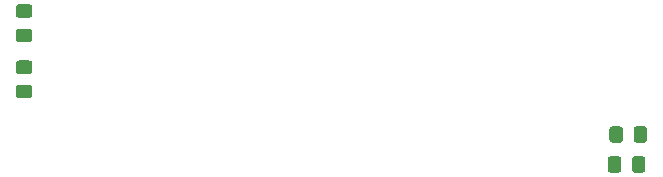
<source format=gtp>
%TF.GenerationSoftware,KiCad,Pcbnew,(5.1.6)-1*%
%TF.CreationDate,2020-10-07T00:16:53+02:00*%
%TF.ProjectId,RPI_FEATHER,5250495f-4645-4415-9448-45522e6b6963,rev?*%
%TF.SameCoordinates,Original*%
%TF.FileFunction,Paste,Top*%
%TF.FilePolarity,Positive*%
%FSLAX46Y46*%
G04 Gerber Fmt 4.6, Leading zero omitted, Abs format (unit mm)*
G04 Created by KiCad (PCBNEW (5.1.6)-1) date 2020-10-07 00:16:53*
%MOMM*%
%LPD*%
G01*
G04 APERTURE LIST*
G04 APERTURE END LIST*
%TO.C,R1*%
G36*
G01*
X119026999Y-75704400D02*
X119927001Y-75704400D01*
G75*
G02*
X120177000Y-75954399I0J-249999D01*
G01*
X120177000Y-76604401D01*
G75*
G02*
X119927001Y-76854400I-249999J0D01*
G01*
X119026999Y-76854400D01*
G75*
G02*
X118777000Y-76604401I0J249999D01*
G01*
X118777000Y-75954399D01*
G75*
G02*
X119026999Y-75704400I249999J0D01*
G01*
G37*
G36*
G01*
X119026999Y-77754400D02*
X119927001Y-77754400D01*
G75*
G02*
X120177000Y-78004399I0J-249999D01*
G01*
X120177000Y-78654401D01*
G75*
G02*
X119927001Y-78904400I-249999J0D01*
G01*
X119026999Y-78904400D01*
G75*
G02*
X118777000Y-78654401I0J249999D01*
G01*
X118777000Y-78004399D01*
G75*
G02*
X119026999Y-77754400I249999J0D01*
G01*
G37*
%TD*%
%TO.C,R2*%
G36*
G01*
X119026999Y-73004400D02*
X119927001Y-73004400D01*
G75*
G02*
X120177000Y-73254399I0J-249999D01*
G01*
X120177000Y-73904401D01*
G75*
G02*
X119927001Y-74154400I-249999J0D01*
G01*
X119026999Y-74154400D01*
G75*
G02*
X118777000Y-73904401I0J249999D01*
G01*
X118777000Y-73254399D01*
G75*
G02*
X119026999Y-73004400I249999J0D01*
G01*
G37*
G36*
G01*
X119026999Y-70954400D02*
X119927001Y-70954400D01*
G75*
G02*
X120177000Y-71204399I0J-249999D01*
G01*
X120177000Y-71854401D01*
G75*
G02*
X119927001Y-72104400I-249999J0D01*
G01*
X119026999Y-72104400D01*
G75*
G02*
X118777000Y-71854401I0J249999D01*
G01*
X118777000Y-71204399D01*
G75*
G02*
X119026999Y-70954400I249999J0D01*
G01*
G37*
%TD*%
%TO.C,D1*%
G36*
G01*
X169032000Y-82427401D02*
X169032000Y-81527399D01*
G75*
G02*
X169281999Y-81277400I249999J0D01*
G01*
X169932001Y-81277400D01*
G75*
G02*
X170182000Y-81527399I0J-249999D01*
G01*
X170182000Y-82427401D01*
G75*
G02*
X169932001Y-82677400I-249999J0D01*
G01*
X169281999Y-82677400D01*
G75*
G02*
X169032000Y-82427401I0J249999D01*
G01*
G37*
G36*
G01*
X171082000Y-82427401D02*
X171082000Y-81527399D01*
G75*
G02*
X171331999Y-81277400I249999J0D01*
G01*
X171982001Y-81277400D01*
G75*
G02*
X172232000Y-81527399I0J-249999D01*
G01*
X172232000Y-82427401D01*
G75*
G02*
X171982001Y-82677400I-249999J0D01*
G01*
X171331999Y-82677400D01*
G75*
G02*
X171082000Y-82427401I0J249999D01*
G01*
G37*
%TD*%
%TO.C,R3*%
G36*
G01*
X168890000Y-84963401D02*
X168890000Y-84063399D01*
G75*
G02*
X169139999Y-83813400I249999J0D01*
G01*
X169790001Y-83813400D01*
G75*
G02*
X170040000Y-84063399I0J-249999D01*
G01*
X170040000Y-84963401D01*
G75*
G02*
X169790001Y-85213400I-249999J0D01*
G01*
X169139999Y-85213400D01*
G75*
G02*
X168890000Y-84963401I0J249999D01*
G01*
G37*
G36*
G01*
X170940000Y-84963401D02*
X170940000Y-84063399D01*
G75*
G02*
X171189999Y-83813400I249999J0D01*
G01*
X171840001Y-83813400D01*
G75*
G02*
X172090000Y-84063399I0J-249999D01*
G01*
X172090000Y-84963401D01*
G75*
G02*
X171840001Y-85213400I-249999J0D01*
G01*
X171189999Y-85213400D01*
G75*
G02*
X170940000Y-84963401I0J249999D01*
G01*
G37*
%TD*%
M02*

</source>
